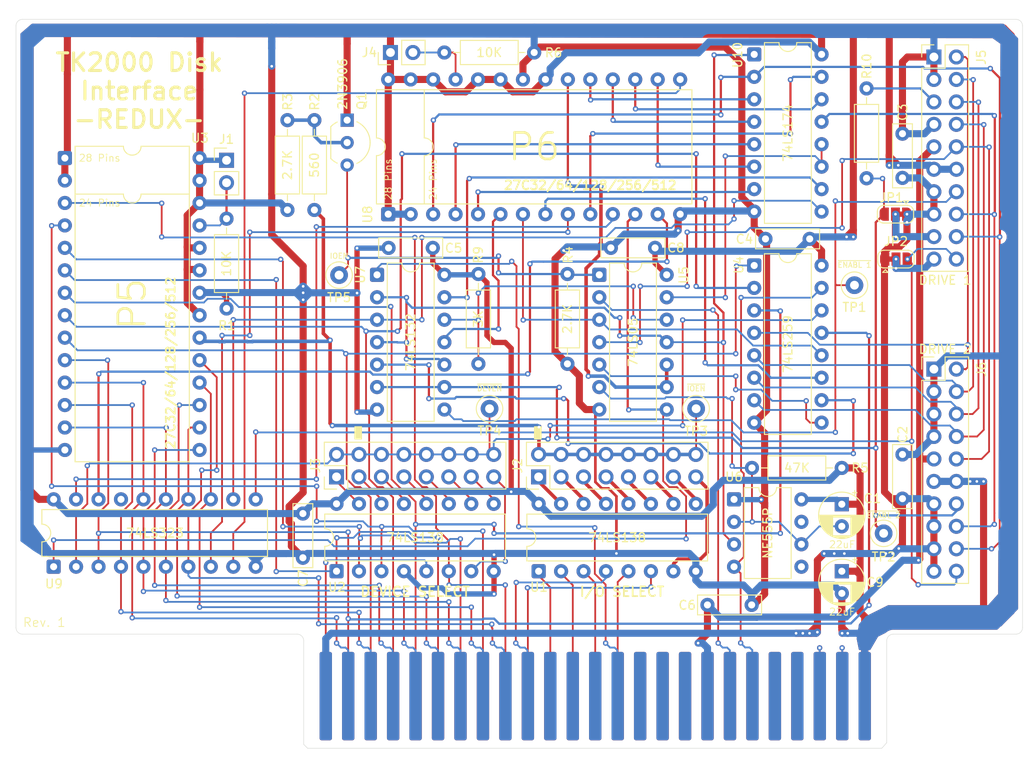
<source format=kicad_pcb>
(kicad_pcb
	(version 20241229)
	(generator "pcbnew")
	(generator_version "9.0")
	(general
		(thickness 1.6)
		(legacy_teardrops no)
	)
	(paper "A4")
	(layers
		(0 "F.Cu" signal)
		(2 "B.Cu" signal)
		(9 "F.Adhes" user "F.Adhesive")
		(11 "B.Adhes" user "B.Adhesive")
		(13 "F.Paste" user)
		(15 "B.Paste" user)
		(5 "F.SilkS" user "F.Silkscreen")
		(7 "B.SilkS" user "B.Silkscreen")
		(1 "F.Mask" user)
		(3 "B.Mask" user)
		(17 "Dwgs.User" user "User.Drawings")
		(19 "Cmts.User" user "User.Comments")
		(21 "Eco1.User" user "User.Eco1")
		(23 "Eco2.User" user "User.Eco2")
		(25 "Edge.Cuts" user)
		(27 "Margin" user)
		(31 "F.CrtYd" user "F.Courtyard")
		(29 "B.CrtYd" user "B.Courtyard")
		(35 "F.Fab" user)
		(33 "B.Fab" user)
		(39 "User.1" user)
		(41 "User.2" user)
		(43 "User.3" user)
		(45 "User.4" user)
	)
	(setup
		(pad_to_mask_clearance 0)
		(allow_soldermask_bridges_in_footprints no)
		(tenting front back)
		(pcbplotparams
			(layerselection 0x00000000_00000000_55555555_5755f5ff)
			(plot_on_all_layers_selection 0x00000000_00000000_00000000_00000000)
			(disableapertmacros no)
			(usegerberextensions no)
			(usegerberattributes yes)
			(usegerberadvancedattributes yes)
			(creategerberjobfile yes)
			(dashed_line_dash_ratio 12.000000)
			(dashed_line_gap_ratio 3.000000)
			(svgprecision 4)
			(plotframeref no)
			(mode 1)
			(useauxorigin no)
			(hpglpennumber 1)
			(hpglpenspeed 20)
			(hpglpendiameter 15.000000)
			(pdf_front_fp_property_popups yes)
			(pdf_back_fp_property_popups yes)
			(pdf_metadata yes)
			(pdf_single_document no)
			(dxfpolygonmode yes)
			(dxfimperialunits yes)
			(dxfusepcbnewfont yes)
			(psnegative no)
			(psa4output no)
			(plot_black_and_white yes)
			(sketchpadsonfab no)
			(plotpadnumbers no)
			(hidednponfab no)
			(sketchdnponfab yes)
			(crossoutdnponfab yes)
			(subtractmaskfromsilk no)
			(outputformat 1)
			(mirror no)
			(drillshape 0)
			(scaleselection 1)
			(outputdirectory "gerbers/")
		)
	)
	(net 0 "")
	(net 1 "-12V")
	(net 2 "GND")
	(net 3 "+5V")
	(net 4 "Net-(U6-THR)")
	(net 5 "+12V")
	(net 6 "Net-(J1-Pin_2)")
	(net 7 "~{IOSEL}")
	(net 8 "Net-(J2-Pin_5)")
	(net 9 "Net-(J2-Pin_7)")
	(net 10 "/IOEN")
	(net 11 "Net-(J2-Pin_15)")
	(net 12 "Net-(J2-Pin_3)")
	(net 13 "Net-(J2-Pin_9)")
	(net 14 "Net-(J2-Pin_11)")
	(net 15 "Net-(J2-Pin_13)")
	(net 16 "Net-(J2-Pin_1)")
	(net 17 "Net-(J3-Pin_11)")
	(net 18 "Net-(J3-Pin_5)")
	(net 19 "Net-(J3-Pin_7)")
	(net 20 "Net-(J3-Pin_9)")
	(net 21 "Net-(J3-Pin_1)")
	(net 22 "Net-(J3-Pin_13)")
	(net 23 "Net-(J3-Pin_15)")
	(net 24 "Net-(J3-Pin_3)")
	(net 25 "Net-(J4-Pin_2)")
	(net 26 "/PH1")
	(net 27 "/PH0")
	(net 28 "/WR DATA")
	(net 29 "/W PROT")
	(net 30 "/RD DATA")
	(net 31 "/PH2")
	(net 32 "/PH3")
	(net 33 "Net-(J5-Pin_17)")
	(net 34 "/WR REQ")
	(net 35 "Net-(J5-Pin_19)")
	(net 36 "/~{ENBL 1}")
	(net 37 "Net-(J5-Pin_5)")
	(net 38 "/~{ENBL 2}")
	(net 39 "A12")
	(net 40 "D0")
	(net 41 "A10")
	(net 42 "A3")
	(net 43 "A14")
	(net 44 "D3")
	(net 45 "unconnected-(P1-Pin_40-Pad40)")
	(net 46 "2M")
	(net 47 "~{RESET}")
	(net 48 "unconnected-(P1-Pin_30-Pad30)")
	(net 49 "A4")
	(net 50 "~{EXTC}")
	(net 51 "unconnected-(P1-Pin_18-Pad18)")
	(net 52 "unconnected-(P1-Pin_38-Pad38)")
	(net 53 "D1")
	(net 54 "unconnected-(P1-Pin_29-Pad29)")
	(net 55 "A0")
	(net 56 "A15")
	(net 57 "D6")
	(net 58 "unconnected-(P1-Pin_36-Pad36)")
	(net 59 "A5")
	(net 60 "unconnected-(P1-Pin_22-Pad22)")
	(net 61 "~{EXTE}")
	(net 62 "Net-(P1-Pin_24)")
	(net 63 "~{EXT8}")
	(net 64 "unconnected-(P1-Pin_34-Pad34)")
	(net 65 "A8")
	(net 66 "D2")
	(net 67 "A2")
	(net 68 "D7")
	(net 69 "A7")
	(net 70 "Net-(P1-Pin_23)")
	(net 71 "A6")
	(net 72 "unconnected-(P1-Pin_21-Pad21)")
	(net 73 "~{EXT_MEM}")
	(net 74 "D4")
	(net 75 "D5")
	(net 76 "A9")
	(net 77 "A13")
	(net 78 "A11")
	(net 79 "unconnected-(P1-Pin_39-Pad39)")
	(net 80 "~{EXT6}")
	(net 81 "A1")
	(net 82 "Net-(Q1-B)")
	(net 83 "Net-(U8-~{CE})")
	(net 84 "Net-(R9-Pad2)")
	(net 85 "Net-(U4-Q6)")
	(net 86 "Net-(U4-Q5)")
	(net 87 "Net-(U4-Q7)")
	(net 88 "Net-(U4-Q4)")
	(net 89 "Net-(U10-D3)")
	(net 90 "Net-(U8-D1)")
	(net 91 "Net-(U10-~{Mr})")
	(net 92 "Net-(U8-A4)")
	(net 93 "Net-(U10-Q3)")
	(net 94 "Net-(U10-Cp)")
	(net 95 "Net-(U8-D3)")
	(net 96 "Net-(U10-Q5)")
	(net 97 "Net-(U10-Q2)")
	(net 98 "Net-(U8-A1)")
	(net 99 "Net-(U10-D2)")
	(net 100 "Net-(U8-D0)")
	(net 101 "Net-(U10-Q1)")
	(net 102 "unconnected-(U6-DIS-Pad7)")
	(net 103 "Net-(U10-D0)")
	(net 104 "unconnected-(U6-CV-Pad5)")
	(net 105 "Net-(U10-D5)")
	(net 106 "Net-(U8-D2)")
	(net 107 "Net-(U10-D1)")
	(net 108 "unconnected-(U9-Q7-Pad17)")
	(net 109 "/~{IOEN}")
	(net 110 "/~{DEVEN}")
	(footprint "Connector_PinHeader_2.54mm:PinHeader_1x02_P2.54mm_Vertical" (layer "F.Cu") (at 69.565185 66.517185))
	(footprint "TestPoint:TestPoint_Loop_D1.80mm_Drill1.0mm_Beaded" (layer "F.Cu") (at 122.682 94.615))
	(footprint "Capacitor_THT:C_Rect_L7.0mm_W2.0mm_P5.00mm" (layer "F.Cu") (at 118.034185 76.423185 180))
	(footprint "Resistor_THT:R_Axial_DIN0207_L6.3mm_D2.5mm_P10.16mm_Horizontal" (layer "F.Cu") (at 94.203185 54.325185))
	(footprint "Connector_PinHeader_2.54mm:PinHeader_1x02_P2.54mm_Vertical" (layer "F.Cu") (at 88.107185 54.325185 90))
	(footprint "Capacitor_THT:CP_Radial_D5.0mm_P2.50mm" (layer "F.Cu") (at 139.161185 112.999185 -90))
	(footprint "Capacitor_THT:C_Rect_L7.0mm_W2.0mm_P5.00mm" (layer "F.Cu") (at 146.019185 104.791185 90))
	(footprint "TestPoint:TestPoint_Loop_D1.80mm_Drill1.0mm_Beaded" (layer "F.Cu") (at 99.314 94.615))
	(footprint "Package_DIP:DIP-16_W7.62mm" (layer "F.Cu") (at 129.250185 54.539185))
	(footprint "Package_DIP:DIP-16_W7.62mm" (layer "F.Cu") (at 82.006185 112.994185 90))
	(footprint "Package_TO_SOT_THT:TO-92_Inline_Wide" (layer "F.Cu") (at 83.206 61.976 -90))
	(footprint "Resistor_THT:R_Axial_DIN0207_L6.3mm_D2.5mm_P10.16mm_Horizontal" (layer "F.Cu") (at 141.955185 68.549185 90))
	(footprint "Capacitor_THT:CP_Radial_D5.0mm_P2.50mm" (layer "F.Cu") (at 139.156185 105.419185 -90))
	(footprint "Resistor_THT:R_Axial_DIN0207_L6.3mm_D2.5mm_P10.16mm_Horizontal" (layer "F.Cu") (at 76.454 72.136 90))
	(footprint "Package_DIP:DIP-16_W7.62mm" (layer "F.Cu") (at 104.866185 112.999185 90))
	(footprint "TK2000:DIP-28-24_W15.24mm" (layer "F.Cu") (at 87.853185 72.613185 90))
	(footprint "Package_DIP:DIP-14_W7.62mm" (layer "F.Cu") (at 111.729185 79.471185))
	(footprint "Resistor_THT:R_Axial_DIN0207_L6.3mm_D2.5mm_P10.16mm_Horizontal" (layer "F.Cu") (at 69.565185 73.121185 -90))
	(footprint "TestPoint:TestPoint_Loop_D1.80mm_Drill1.0mm_Beaded" (layer "F.Cu") (at 140.589 80.645))
	(footprint "Capacitor_THT:C_Rect_L7.0mm_W2.0mm_P5.00mm" (layer "F.Cu") (at 146.019185 68.509185 90))
	(footprint "Jumper:SolderJumper-3_P1.3mm_Bridged12_RoundedPad1.0x1.5mm" (layer "F.Cu") (at 145.287185 77.693185))
	(footprint "Resistor_THT:R_Axial_DIN0207_L6.3mm_D2.5mm_P10.16mm_Horizontal" (layer "F.Cu") (at 98.053185 79.382185 -90))
	(footprint "TK2000:DIP-28-24_W15.24mm" (layer "F.Cu") (at 51.277185 66.263185))
	(footprint "Capacitor_THT:C_Rect_L7.0mm_W2.0mm_P5.00mm" (layer "F.Cu") (at 135.525185 75.407185 180))
	(footprint "Capacitor_THT:C_Rect_L7.0mm_W2.0mm_P5.00mm" (layer "F.Cu") (at 78.201185 106.475185 -90))
	(footprint "Capacitor_THT:C_Rect_L7.0mm_W2.0mm_P5.00mm" (layer "F.Cu") (at 92.893185 76.428185 180))
	(footprint "Package_DIP:DIP-14_W7.62mm" (layer "F.Cu") (at 86.588185 79.471185))
	(footprint "Resistor_THT:R_Axial_DIN0207_L6.3mm_D2.5mm_P10.16mm_Horizontal"
		(layer "F.Cu")
		(uuid "a3fd79da-f5d5-4ae4-9621-898f304ff506")
		(at 128.996185 101.315185)
		(descr "Resistor, Axial_DIN0207 series, Axial, Horizontal, pin pitch=10.16mm, 0.25W = 1/4W, length*diameter=6.3*2.5mm^2, http://cdn-reichelt.de/documents/datenblatt/B400/1_4W%23YAG.pdf")
		(tags "Resistor Axial_DIN0207 series Axial Horizontal pin pitch 10.16mm 0.25W = 1/4W length 6.3mm diameter 2.5mm")
		(property "Reference" "R5"
			(at 12.227815 0 180)
			(layer "F.SilkS")
			(uuid "9c6b700b-b56f-454a-af08-cbb92ee0419a")
			(effects
				(font
					(size 1 1)
					(thickness 0.15)
				)
			)
		)
		(property "Value" "47K"
			(at 5.08 0 0)
			(layer "F.SilkS")
			(uuid "59038263-5bfc-4502-9e63-17686569948d")
			(effects
				(font
					(size 1 1)
					(thickness 0.15)
				)
			)
		)
		(property "Datasheet" ""
			(at 0 0 0)
			(unlocked yes)
			(layer "F.Fab")
			(hide yes)
			(uuid "451e5c88-4e24-4863-a615-27044dbe0c7a")
			(effects
				(font
					(size 1.27 1.27)
					(thickness 0.15)
				)
			)
		)
		(property "Description" "Resistor, small symbol"
			(at 0 0 0)
			(unlocked yes)
			(layer "F.Fab")
			(hide yes)
			(uuid "ff008a55-37e8-44c0-bf53-7e7561ef5750")
			(effects
				(font
					(size 1.27 1.27)
					(thickness 0.15)
				)
			)
		)
		(property ki_fp_filters "R_*")
		(path "/0a9e3eae-f6aa-4726-95a0-baa5697c9c68")
		(sheetname "/")
		(sheetfile "TK2000_DiskInterface_REDUX.kicad_sch")
		(attr through_hole)
		(fp_line
			(start 1.04 0)
			(end 1.81 0)
			(stroke
				(width 0.12)
				(type solid)
			)
			(layer "F.SilkS")
			(uuid "6dd95e0b-b40a-485f-952c-4109b785672c")
		)
		(fp_line
			(start 1.81 -1.37)
			(end 1.81 1.37)
			(stroke
				(width 0.12)
				(type soli
... [355864 chars truncated]
</source>
